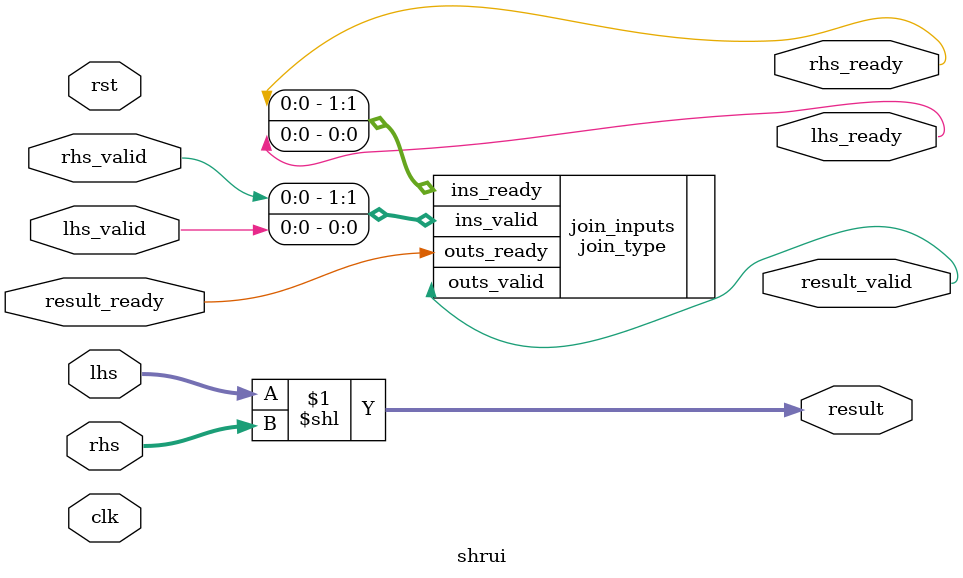
<source format=v>
module shrui #(
  parameter DATA_WIDTH = 32
)(
  // inputs
  input  clk,
  input  rst,
  input  [DATA_WIDTH - 1 : 0] lhs,
  input  lhs_valid,
  input  [DATA_WIDTH - 1 : 0] rhs,
  input  rhs_valid,
  input  result_ready,
  // outputs
  output [DATA_WIDTH - 1 : 0] result,
  output result_valid,
  output lhs_ready,
  output rhs_ready
);
  
    // Instantiate the join node
    join_type #(
      .SIZE(2)
    ) join_inputs (
      .ins_valid  ({rhs_valid, lhs_valid}),
      .outs_ready (result_ready             ),
      .ins_ready  ({rhs_ready, lhs_ready}  ),
      .outs_valid (result_valid             )
    );
  
    assign result = lhs << rhs;

endmodule
</source>
